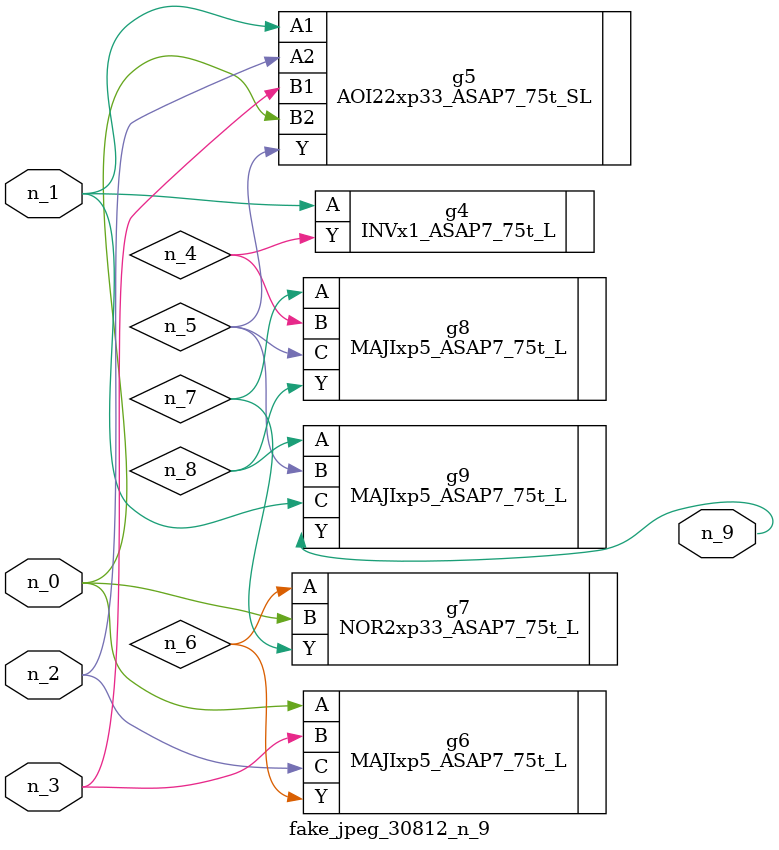
<source format=v>
module fake_jpeg_30812_n_9 (n_0, n_3, n_2, n_1, n_9);

input n_0;
input n_3;
input n_2;
input n_1;

output n_9;

wire n_4;
wire n_8;
wire n_6;
wire n_5;
wire n_7;

INVx1_ASAP7_75t_L g4 ( 
.A(n_1),
.Y(n_4)
);

AOI22xp33_ASAP7_75t_SL g5 ( 
.A1(n_1),
.A2(n_2),
.B1(n_3),
.B2(n_0),
.Y(n_5)
);

MAJIxp5_ASAP7_75t_L g6 ( 
.A(n_0),
.B(n_3),
.C(n_2),
.Y(n_6)
);

NOR2xp33_ASAP7_75t_L g7 ( 
.A(n_6),
.B(n_0),
.Y(n_7)
);

MAJIxp5_ASAP7_75t_L g8 ( 
.A(n_7),
.B(n_4),
.C(n_5),
.Y(n_8)
);

MAJIxp5_ASAP7_75t_L g9 ( 
.A(n_8),
.B(n_5),
.C(n_1),
.Y(n_9)
);


endmodule
</source>
